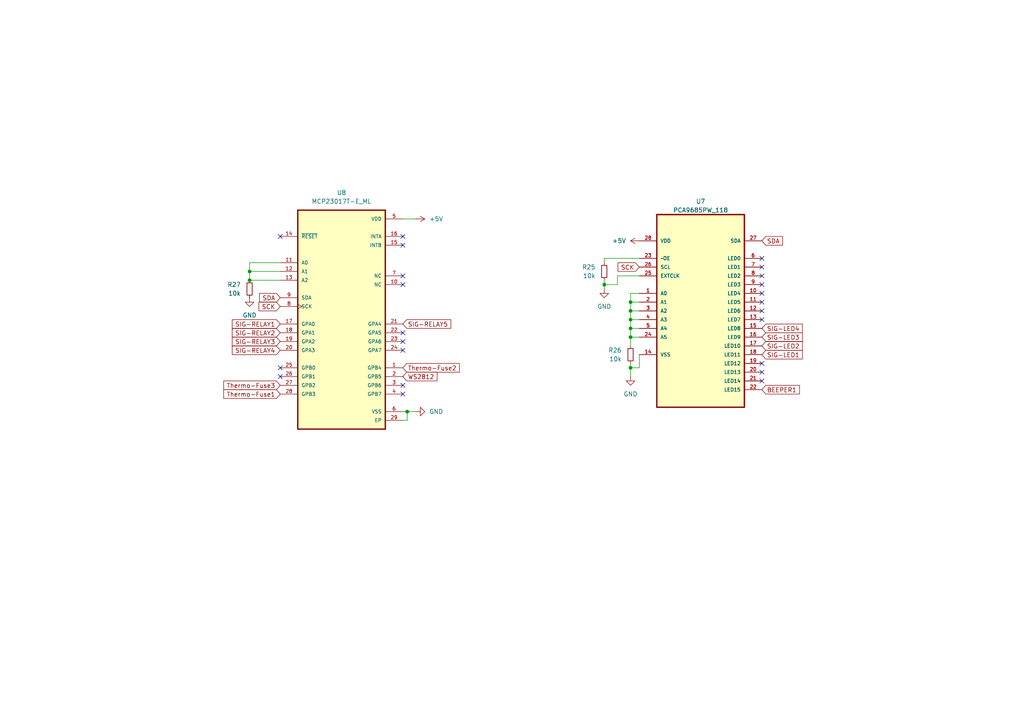
<source format=kicad_sch>
(kicad_sch (version 20231120) (generator "eeschema") (generator_version "8.0")
  (paper "A4")
  (lib_symbols
    (symbol "Device:R_Small" (pin_numbers hide) (pin_names (offset 0.254) hide)
      (property "Reference" "R" (at 0.762 0.508 0))
      (property "Value" "R_Small" (at 0.762 -1.016 0))
      (symbol "R_Small_0_1"
        (rectangle (start -0.762 1.778) (end 0.762 -1.778) (stroke (width 0.2032)))
      )
      (symbol "R_Small_1_1"
        (pin passive line (at 0 2.54 270) (length 0.762) (name "~") (number "1"))
        (pin passive line (at 0 -2.54 90) (length 0.762) (name "~") (number "2"))
      )
    )
    (symbol "Snapeda:MCP23017T-E_ML" (pin_names (offset 1.016))
      (property "Reference" "U" (at -12.7 31.48 0))
      (property "Value" "MCP23017T-E_ML" (at -12.7 -37.02 0))
      (symbol "MCP23017T-E_ML_0_0"
        (rectangle (start -12.7 30.48) (end 12.7 -33.02) (stroke (width 0.41)) (fill (type background)))
        (pin bidirectional line (at 17.78 -15.24 180) (length 5.08) (name "GPB4") (number "1"))
        (pin input line (at -17.78 15.24 0) (length 5.08) (name "A0") (number "11"))
        (pin input line (at -17.78 12.7 0) (length 5.08) (name "A1") (number "12"))
        (pin input line (at -17.78 10.16 0) (length 5.08) (name "A2") (number "13"))
        (pin input line (at -17.78 22.86 0) (length 5.08) (name "~{RESET}") (number "14"))
        (pin output line (at 17.78 20.32 180) (length 5.08) (name "INTB") (number "15"))
        (pin output line (at 17.78 22.86 180) (length 5.08) (name "INTA") (number "16"))
        (pin bidirectional line (at -17.78 -2.54 0) (length 5.08) (name "GPA0") (number "17"))
        (pin bidirectional line (at -17.78 -5.08 0) (length 5.08) (name "GPA1") (number "18"))
        (pin bidirectional line (at -17.78 -7.62 0) (length 5.08) (name "GPA2") (number "19"))
        (pin bidirectional line (at 17.78 -17.78 180) (length 5.08) (name "GPB5") (number "2"))
        (pin bidirectional line (at -17.78 -10.16 0) (length 5.08) (name "GPA3") (number "20"))
        (pin bidirectional line (at 17.78 -2.54 180) (length 5.08) (name "GPA4") (number "21"))
        (pin bidirectional line (at 17.78 -5.08 180) (length 5.08) (name "GPA5") (number "22"))
        (pin bidirectional line (at 17.78 -7.62 180) (length 5.08) (name "GPA6") (number "23"))
        (pin bidirectional line (at 17.78 -10.16 180) (length 5.08) (name "GPA7") (number "24"))
        (pin bidirectional line (at -17.78 -15.24 0) (length 5.08) (name "GPB0") (number "25"))
        (pin bidirectional line (at -17.78 -17.78 0) (length 5.08) (name "GPB1") (number "26"))
        (pin bidirectional line (at -17.78 -20.32 0) (length 5.08) (name "GPB2") (number "27"))
        (pin bidirectional line (at -17.78 -22.86 0) (length 5.08) (name "GPB3") (number "28"))
        (pin power_in line (at 17.78 -30.48 180) (length 5.08) (name "EP") (number "29"))
        (pin bidirectional line (at 17.78 -20.32 180) (length 5.08) (name "GPB6") (number "3"))
        (pin bidirectional line (at 17.78 -22.86 180) (length 5.08) (name "GPB7") (number "4"))
        (pin power_in line (at 17.78 27.94 180) (length 5.08) (name "VDD") (number "5"))
        (pin power_in line (at 17.78 -27.94 180) (length 5.08) (name "VSS") (number "6"))
        (pin input clock (at -17.78 2.54 0) (length 5.08) (name "SCK") (number "8"))
        (pin bidirectional line (at -17.78 5.08 0) (length 5.08) (name "SDA") (number "9"))
      )
      (symbol "MCP23017T-E_ML_1_0"
        (pin output line (at 17.78 8.89 180) (length 5.08) (name "NC") (number "10"))
        (pin output line (at 17.78 11.43 180) (length 5.08) (name "NC") (number "7"))
      )
    )
    (symbol "Snapeda:PCA9685PW_118" (pin_names (offset 1.016))
      (property "Reference" "U" (at -5.3748 29.5233 0))
      (property "Value" "PCA9685PW_118" (at -3.0529 -35.7951 0))
      (symbol "PCA9685PW_118_0_0"
        (rectangle (start -12.7 -30.48) (end 12.7 25.4) (stroke (width 0.4064)) (fill (type background)))
        (pin input line (at -17.78 2.54 0) (length 5.08) (name "A0") (number "1"))
        (pin output line (at 17.78 2.54 180) (length 5.08) (name "LED4") (number "10"))
        (pin output line (at 17.78 0 180) (length 5.08) (name "LED5") (number "11"))
        (pin output line (at 17.78 -2.54 180) (length 5.08) (name "LED6") (number "12"))
        (pin output line (at 17.78 -5.08 180) (length 5.08) (name "LED7") (number "13"))
        (pin passive line (at -17.78 -15.24 0) (length 5.08) (name "VSS") (number "14"))
        (pin output line (at 17.78 -7.62 180) (length 5.08) (name "LED8") (number "15"))
        (pin output line (at 17.78 -10.16 180) (length 5.08) (name "LED9") (number "16"))
        (pin output line (at 17.78 -12.7 180) (length 5.08) (name "LED10") (number "17"))
        (pin output line (at 17.78 -15.24 180) (length 5.08) (name "LED11") (number "18"))
        (pin output line (at 17.78 -17.78 180) (length 5.08) (name "LED12") (number "19"))
        (pin input line (at -17.78 0 0) (length 5.08) (name "A1") (number "2"))
        (pin output line (at 17.78 -20.32 180) (length 5.08) (name "LED13") (number "20"))
        (pin output line (at 17.78 -22.86 180) (length 5.08) (name "LED14") (number "21"))
        (pin output line (at 17.78 -25.4 180) (length 5.08) (name "LED15") (number "22"))
        (pin input line (at -17.78 12.7 0) (length 5.08) (name "~OE") (number "23"))
        (pin input line (at -17.78 -10.16 0) (length 5.08) (name "A5") (number "24"))
        (pin input line (at -17.78 7.62 0) (length 5.08) (name "EXTCLK") (number "25"))
        (pin input line (at -17.78 10.16 0) (length 5.08) (name "SCL") (number "26"))
        (pin bidirectional line (at 17.78 17.78 180) (length 5.08) (name "SDA") (number "27"))
        (pin power_in line (at -17.78 17.78 0) (length 5.08) (name "VDD") (number "28"))
        (pin input line (at -17.78 -2.54 0) (length 5.08) (name "A2") (number "3"))
        (pin input line (at -17.78 -5.08 0) (length 5.08) (name "A3") (number "4"))
        (pin input line (at -17.78 -7.62 0) (length 5.08) (name "A4") (number "5"))
        (pin output line (at 17.78 12.7 180) (length 5.08) (name "LED0") (number "6"))
        (pin output line (at 17.78 10.16 180) (length 5.08) (name "LED1") (number "7"))
        (pin output line (at 17.78 7.62 180) (length 5.08) (name "LED2") (number "8"))
        (pin output line (at 17.78 5.08 180) (length 5.08) (name "LED3") (number "9"))
      )
    )
    (symbol "power:+5V" (power) (pin_numbers hide) (pin_names (offset 0) hide)
      (property "Value" "+5V" (at 0 3.556 0))
      (symbol "+5V_0_1"
        (polyline (pts (xy -0.762 1.27) (xy 0 2.54)))
        (polyline (pts (xy 0 0) (xy 0 2.54)))
        (polyline (pts (xy 0 2.54) (xy 0.762 1.27)))
      )
      (symbol "+5V_1_1"
        (pin power_in line (at 0 0 90) (length 0) (name "~") (number "1"))
      )
    )
    (symbol "power:GND" (power) (pin_numbers hide) (pin_names (offset 0) hide)
      (property "Value" "GND" (at 0 -3.81 0))
      (symbol "GND_0_1"
        (polyline (pts (xy 0 0) (xy 0 -1.27) (xy 1.27 -1.27) (xy 0 -2.54) (xy -1.27 -1.27) (xy 0 -1.27)))
      )
      (symbol "GND_1_1"
        (pin power_in line (at 0 0 270) (length 0) (name "~") (number "1"))
      )
    )
  )
  (junction (at 175.26 82.55))
  (junction (at 182.88 87.63))
  (junction (at 118.11 119.38))
  (junction (at 72.39 81.28))
  (junction (at 182.88 95.25))
  (junction (at 182.88 97.79))
  (junction (at 182.88 90.17))
  (junction (at 182.88 92.71))
  (junction (at 182.88 106.68))
  (junction (at 72.39 78.74))
  (no_connect (at 116.84 80.01))
  (no_connect (at 116.84 99.06))
  (no_connect (at 220.98 92.71))
  (no_connect (at 220.98 110.49))
  (no_connect (at 116.84 82.55))
  (no_connect (at 116.84 71.12))
  (no_connect (at 116.84 114.3))
  (no_connect (at 81.28 109.22))
  (no_connect (at 81.28 106.68))
  (no_connect (at 116.84 101.6))
  (no_connect (at 220.98 82.55))
  (no_connect (at 116.84 68.58))
  (no_connect (at 220.98 87.63))
  (no_connect (at 220.98 85.09))
  (no_connect (at 220.98 90.17))
  (no_connect (at 220.98 107.95))
  (no_connect (at 220.98 105.41))
  (no_connect (at 116.84 96.52))
  (no_connect (at 220.98 80.01))
  (no_connect (at 220.98 74.93))
  (no_connect (at 220.98 77.47))
  (no_connect (at 81.28 68.58))
  (no_connect (at 116.84 111.76))
  (wire (pts (xy 182.88 95.25) (xy 182.88 97.79)))
  (wire (pts (xy 72.39 78.74) (xy 81.28 78.74)))
  (wire (pts (xy 182.88 90.17) (xy 185.42 90.17)))
  (wire (pts (xy 182.88 85.09) (xy 182.88 87.63)))
  (wire (pts (xy 175.26 76.2) (xy 175.26 74.93)))
  (wire (pts (xy 175.26 74.93) (xy 185.42 74.93)))
  (wire (pts (xy 185.42 106.68) (xy 185.42 102.87)))
  (wire (pts (xy 182.88 95.25) (xy 185.42 95.25)))
  (wire (pts (xy 72.39 76.2) (xy 72.39 78.74)))
  (wire (pts (xy 182.88 92.71) (xy 185.42 92.71)))
  (wire (pts (xy 182.88 100.33) (xy 182.88 97.79)))
  (wire (pts (xy 116.84 119.38) (xy 118.11 119.38)))
  (wire (pts (xy 116.84 63.5) (xy 120.65 63.5)))
  (wire (pts (xy 182.88 97.79) (xy 185.42 97.79)))
  (wire (pts (xy 175.26 82.55) (xy 175.26 81.28)))
  (wire (pts (xy 182.88 106.68) (xy 182.88 105.41)))
  (wire (pts (xy 182.88 106.68) (xy 185.42 106.68)))
  (wire (pts (xy 175.26 82.55) (xy 179.07 82.55)))
  (wire (pts (xy 116.84 121.92) (xy 118.11 121.92)))
  (wire (pts (xy 179.07 80.01) (xy 185.42 80.01)))
  (wire (pts (xy 185.42 85.09) (xy 182.88 85.09)))
  (wire (pts (xy 182.88 87.63) (xy 185.42 87.63)))
  (wire (pts (xy 118.11 121.92) (xy 118.11 119.38)))
  (wire (pts (xy 182.88 92.71) (xy 182.88 95.25)))
  (wire (pts (xy 182.88 87.63) (xy 182.88 90.17)))
  (wire (pts (xy 118.11 119.38) (xy 120.65 119.38)))
  (wire (pts (xy 182.88 106.68) (xy 182.88 109.22)))
  (wire (pts (xy 179.07 82.55) (xy 179.07 80.01)))
  (wire (pts (xy 72.39 81.28) (xy 81.28 81.28)))
  (wire (pts (xy 175.26 82.55) (xy 175.26 83.82)))
  (wire (pts (xy 182.88 90.17) (xy 182.88 92.71)))
  (wire (pts (xy 72.39 76.2) (xy 81.28 76.2)))
  (wire (pts (xy 72.39 78.74) (xy 72.39 81.28)))
  (global_label "SIG-LED4" (shape input) (at 220.98 95.25 0) (property "Intersheetrefs" "${INTERSHEET_REFS}" (effects (hide yes))))
  (global_label "SDA" (shape input) (at 81.28 86.36 180) (property "Intersheetrefs" "${INTERSHEET_REFS}" (effects (hide yes))))
  (global_label "Thermo-Fuse3" (shape input) (at 81.28 111.76 180) (property "Intersheetrefs" "${INTERSHEET_REFS}" (effects (hide yes))))
  (global_label "SCK" (shape input) (at 81.28 88.9 180) (property "Intersheetrefs" "${INTERSHEET_REFS}" (effects (hide yes))))
  (global_label "SIG-RELAY5" (shape input) (at 116.84 93.98 0) (property "Intersheetrefs" "${INTERSHEET_REFS}" (effects (hide yes))))
  (global_label "SCK" (shape input) (at 185.42 77.47 180) (property "Intersheetrefs" "${INTERSHEET_REFS}" (effects (hide yes))))
  (global_label "Thermo-Fuse1" (shape input) (at 81.28 114.3 180) (property "Intersheetrefs" "${INTERSHEET_REFS}" (effects (hide yes))))
  (global_label "SIG-LED1" (shape input) (at 220.98 102.87 0) (property "Intersheetrefs" "${INTERSHEET_REFS}" (effects (hide yes))))
  (global_label "Thermo-Fuse2" (shape input) (at 116.84 106.68 0) (property "Intersheetrefs" "${INTERSHEET_REFS}" (effects (hide yes))))
  (global_label "SIG-LED3" (shape input) (at 220.98 97.79 0) (property "Intersheetrefs" "${INTERSHEET_REFS}" (effects (hide yes))))
  (global_label "SIG-LED2" (shape input) (at 220.98 100.33 0) (property "Intersheetrefs" "${INTERSHEET_REFS}" (effects (hide yes))))
  (global_label "SIG-RELAY1" (shape input) (at 81.28 93.98 180) (property "Intersheetrefs" "${INTERSHEET_REFS}" (effects (hide yes))))
  (global_label "SDA" (shape input) (at 220.98 69.85 0) (property "Intersheetrefs" "${INTERSHEET_REFS}" (effects (hide yes))))
  (global_label "SIG-RELAY2" (shape input) (at 81.28 96.52 180) (property "Intersheetrefs" "${INTERSHEET_REFS}" (effects (hide yes))))
  (global_label "SIG-RELAY4" (shape input) (at 81.28 101.6 180) (property "Intersheetrefs" "${INTERSHEET_REFS}" (effects (hide yes))))
  (global_label "WS2812" (shape input) (at 116.84 109.22 0) (property "Intersheetrefs" "${INTERSHEET_REFS}" (effects (hide yes))))
  (global_label "BEEPER1" (shape input) (at 220.98 113.03 0) (property "Intersheetrefs" "${INTERSHEET_REFS}" (effects (hide yes))))
  (global_label "SIG-RELAY3" (shape input) (at 81.28 99.06 180) (property "Intersheetrefs" "${INTERSHEET_REFS}" (effects (hide yes))))
  (symbol (lib_id "Device:R_Small") (at 175.26 78.74 0) (mirror y) (unit 1)
    (property "Reference" "R25" (at 172.72 77.4699 0) (effects (justify left)))
    (property "Value" "10k" (at 172.72 80.0099 0) (effects (justify left)))
    (property "Footprint" "Resistor_SMD:R_0603_1608Metric" (effects (hide yes)))
    (property "Description" "Resistor, small symbol" (effects (hide yes)))
  )
  (symbol (lib_id "power:+5V") (at 185.42 69.85 90) (unit 1)
    (property "Reference" "#PWR062" (effects (hide yes)))
    (property "Value" "+5V" (at 181.61 69.8499 90) (effects (justify left)))
    (property "Description" "Power symbol creates a global label with name \"+5V\"" (effects (hide yes)))
  )
  (symbol (lib_id "Device:R_Small") (at 72.39 83.82 0) (mirror y) (unit 1)
    (property "Reference" "R27" (at 69.85 82.5499 0) (effects (justify left)))
    (property "Value" "10k" (at 69.85 85.0899 0) (effects (justify left)))
    (property "Footprint" "Resistor_SMD:R_0603_1608Metric" (effects (hide yes)))
    (property "Description" "Resistor, small symbol" (effects (hide yes)))
  )
  (symbol (lib_id "power:GND") (at 182.88 109.22 0) (unit 1)
    (property "Reference" "#PWR061" (effects (hide yes)))
    (property "Value" "GND" (at 182.88 114.3 0))
    (property "Description" "Power symbol creates a global label with name \"GND\" , ground" (effects (hide yes)))
  )
  (symbol (lib_id "power:GND") (at 120.65 119.38 90) (unit 1)
    (property "Reference" "#PWR027" (effects (hide yes)))
    (property "Value" "GND" (at 124.46 119.3799 90) (effects (justify right)))
    (property "Description" "Power symbol creates a global label with name \"GND\" , ground" (effects (hide yes)))
  )
  (symbol (lib_id "Snapeda:MCP23017T-E_ML") (at 99.06 91.44 0) (unit 1)
    (property "Reference" "U8" (at 99.06 55.88 0))
    (property "Value" "MCP23017T-E_ML" (at 99.06 58.42 0))
    (property "Footprint" "Snapeda:MCP23017T-E_ML_QFN65P600X600X100-29N" (effects (hide yes)))
    (property "MF" "Microchip" (effects (hide yes)))
    (property "MAXIMUM_PACKAGE_HEIGHT" "1.00mm" (effects (hide yes)))
    (property "Package" "QFN-28 Microchip" (effects (hide yes)))
    (property "Price" "None" (effects (hide yes)))
    (property "Check_prices" "https://www.snapeda.com/parts/MCP23017T-E/ML/Microchip/view-part/?ref=eda" (effects (hide yes)))
    (property "STANDARD" "IPC-7351B" (effects (hide yes)))
    (property "PARTREV" "C" (effects (hide yes)))
    (property "SnapEDA_Link" "https://www.snapeda.com/parts/MCP23017T-E/ML/Microchip/view-part/?ref=snap" (effects (hide yes)))
    (property "MP" "MCP23017T-E/ML" (effects (hide yes)))
    (property "Purchase-URL" "https://www.snapeda.com/api/url_track_click_mouser/?unipart_id=229587&manufacturer=Microchip&part_name=MCP23017T-E/ML&search_term=mcp23017t-e/ml" (effects (hide yes)))
    (property "Description_1" "\n16-bit Input/Output Expander, I2C interface, Pb-free28 QFN 6x6x0.9mm T/R | Microchip Technology Inc. MCP23017T-E/ML\n" (effects (hide yes)))
    (property "Availability" "In Stock" (effects (hide yes)))
    (property "MANUFACTURER" "Microchip" (effects (hide yes)))
  )
  (symbol (lib_id "Device:R_Small") (at 182.88 102.87 0) (mirror y) (unit 1)
    (property "Reference" "R26" (at 180.34 101.5999 0) (effects (justify left)))
    (property "Value" "10k" (at 180.34 104.1399 0) (effects (justify left)))
    (property "Footprint" "Resistor_SMD:R_0603_1608Metric" (effects (hide yes)))
    (property "Description" "Resistor, small symbol" (effects (hide yes)))
  )
  (symbol (lib_id "Snapeda:PCA9685PW_118") (at 203.2 87.63 0) (unit 1)
    (property "Reference" "U7" (at 203.2 58.42 0))
    (property "Value" "PCA9685PW_118" (at 203.2 60.96 0))
    (property "Footprint" "Snapeda:PCA9685PW_118_SOP65P640X110-28N" (effects (hide yes)))
    (property "MF" "NXP USA" (effects (hide yes)))
    (property "Description_1" "\nLED Driver IC 16 Output Linear - PWM Dimming 25mA 28-TSSOP\n" (effects (hide yes)))
    (property "PACKAGE" "TSSOP-28" (effects (hide yes)))
    (property "MPN" "PCA9685PW,118" (effects (hide yes)))
    (property "Price" "None" (effects (hide yes)))
    (property "Package" "TSSOP-28 NXP Semiconductors" (effects (hide yes)))
    (property "OC_FARNELL" "1854074" (effects (hide yes)))
    (property "SnapEDA_Link" "https://www.snapeda.com/parts/PCA9685PW,118/NXP+USA+Inc./view-part/?ref=snap" (effects (hide yes)))
    (property "MP" "PCA9685PW,118" (effects (hide yes)))
    (property "Purchase-URL" "https://www.snapeda.com/api/url_track_click_mouser/?unipart_id=215243&manufacturer=NXP USA&part_name=PCA9685PW,118&search_term=pca9685pw" (effects (hide yes)))
    (property "SUPPLIER" "NXP" (effects (hide yes)))
    (property "OC_NEWARK" "19T6398" (effects (hide yes)))
    (property "Availability" "In Stock" (effects (hide yes)))
    (property "Check_prices" "https://www.snapeda.com/parts/PCA9685PW,118/NXP+USA+Inc./view-part/?ref=eda" (effects (hide yes)))
  )
  (symbol (lib_id "power:GND") (at 175.26 83.82 0) (mirror y) (unit 1)
    (property "Reference" "#PWR060" (effects (hide yes)))
    (property "Value" "GND" (at 175.26 88.9 0))
    (property "Description" "Power symbol creates a global label with name \"GND\" , ground" (effects (hide yes)))
  )
  (symbol (lib_id "power:+5V") (at 120.65 63.5 270) (unit 1)
    (property "Reference" "#PWR026" (effects (hide yes)))
    (property "Value" "+5V" (at 124.46 63.4999 90) (effects (justify left)))
    (property "Description" "Power symbol creates a global label with name \"+5V\"" (effects (hide yes)))
  )
  (symbol (lib_id "power:GND") (at 72.39 86.36 0) (mirror y) (unit 1)
    (property "Reference" "#PWR025" (effects (hide yes)))
    (property "Value" "GND" (at 72.39 91.44 0))
    (property "Description" "Power symbol creates a global label with name \"GND\" , ground" (effects (hide yes)))
  )
)
</source>
